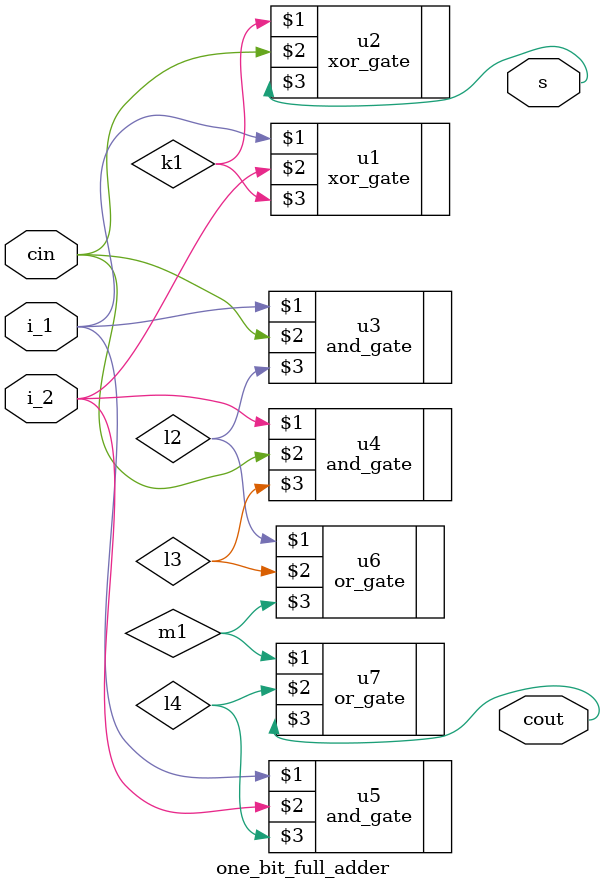
<source format=v>
`timescale 1ns / 1ps
module one_bit_full_adder(input cin,i_1,i_2, output s,cout);
    
    wire k1,l2,l3,l4,m1;
    
    xor_gate u1(i_1,i_2,k1);
    xor_gate u2(k1,cin,s);
    
    and_gate u3(i_1,cin,l2);
    and_gate u4(i_2,cin,l3);
    and_gate u5(i_1,i_2,l4);
    
    or_gate u6 (l2,l3,m1);
    or_gate u7 (m1,l4,cout);
endmodule

</source>
